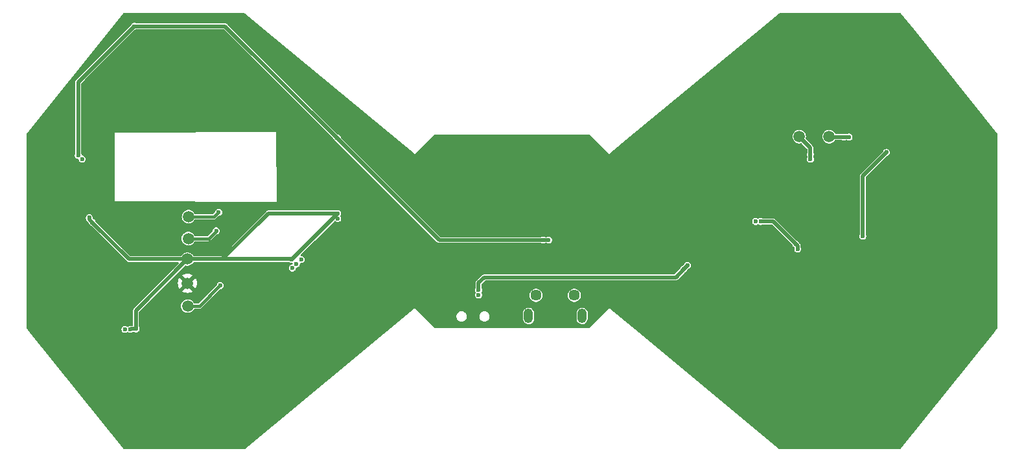
<source format=gbr>
%TF.GenerationSoftware,KiCad,Pcbnew,(7.0.0)*%
%TF.CreationDate,2023-08-19T05:22:45+05:30*%
%TF.ProjectId,glowtie,676c6f77-7469-4652-9e6b-696361645f70,rev?*%
%TF.SameCoordinates,Original*%
%TF.FileFunction,Copper,L2,Bot*%
%TF.FilePolarity,Positive*%
%FSLAX46Y46*%
G04 Gerber Fmt 4.6, Leading zero omitted, Abs format (unit mm)*
G04 Created by KiCad (PCBNEW (7.0.0)) date 2023-08-19 05:22:45*
%MOMM*%
%LPD*%
G01*
G04 APERTURE LIST*
%TA.AperFunction,ComponentPad*%
%ADD10O,1.200000X1.900000*%
%TD*%
%TA.AperFunction,ComponentPad*%
%ADD11C,1.450000*%
%TD*%
%TA.AperFunction,SMDPad,CuDef*%
%ADD12C,1.500000*%
%TD*%
%TA.AperFunction,ViaPad*%
%ADD13C,0.600000*%
%TD*%
%TA.AperFunction,Conductor*%
%ADD14C,0.500000*%
%TD*%
%TA.AperFunction,Conductor*%
%ADD15C,0.400000*%
%TD*%
G04 APERTURE END LIST*
D10*
X83574999Y-63812499D03*
D11*
X84575000Y-61112500D03*
X89575000Y-61112500D03*
D10*
X90574999Y-63812499D03*
D12*
X39020000Y-59520000D03*
X39160000Y-50810000D03*
X122850000Y-40350000D03*
X39060000Y-62510000D03*
X39010000Y-56370000D03*
X118950000Y-40350000D03*
X39140000Y-53680000D03*
D13*
X131825000Y-56725000D03*
X40825000Y-58725000D03*
X134275000Y-56750000D03*
X135325000Y-56725000D03*
X40150000Y-58700000D03*
X130850000Y-56725000D03*
X53875000Y-56425000D03*
X52625000Y-56400000D03*
X26575000Y-51550000D03*
X30850000Y-65550000D03*
X58650000Y-50400000D03*
X58650000Y-51050000D03*
X52725000Y-57550000D03*
X31550000Y-65550000D03*
X53250000Y-57025000D03*
X26200000Y-50950000D03*
X32325000Y-65500000D03*
X113900000Y-51450000D03*
X118750000Y-55050000D03*
X113250000Y-51450000D03*
X118500000Y-54375000D03*
X125450000Y-40400000D03*
X124800000Y-40400000D03*
X127250000Y-53350000D03*
X130350000Y-42400000D03*
X43100000Y-50250000D03*
X42775000Y-52675000D03*
X43300000Y-59825000D03*
X85475000Y-53875000D03*
X24750000Y-42800000D03*
X58600000Y-40500000D03*
X32100000Y-25900000D03*
X25275000Y-43275000D03*
X86200000Y-53875000D03*
X103850000Y-57700000D03*
X120400000Y-43300000D03*
X77050000Y-60400000D03*
X104350000Y-57200000D03*
X120400000Y-42650000D03*
X77050000Y-61050000D03*
D14*
X40150000Y-58700000D02*
X40800000Y-58700000D01*
X134275000Y-56750000D02*
X131850000Y-56750000D01*
X39840000Y-58700000D02*
X40150000Y-58700000D01*
X39020000Y-59520000D02*
X39840000Y-58700000D01*
X131850000Y-56750000D02*
X131825000Y-56725000D01*
X58650000Y-50400000D02*
X49575000Y-50400000D01*
X52655000Y-56370000D02*
X52625000Y-56400000D01*
X39010000Y-56370000D02*
X31395000Y-56370000D01*
X32300000Y-63080000D02*
X39010000Y-56370000D01*
X52595000Y-56370000D02*
X52545000Y-56370000D01*
X49575000Y-50400000D02*
X43605000Y-56370000D01*
X39010000Y-56370000D02*
X52545000Y-56370000D01*
X43605000Y-56370000D02*
X39010000Y-56370000D01*
X32300000Y-65500000D02*
X32300000Y-63080000D01*
X31395000Y-56370000D02*
X26575000Y-51550000D01*
X52680000Y-56370000D02*
X52655000Y-56370000D01*
X32300000Y-65500000D02*
X31600000Y-65500000D01*
X26200000Y-50950000D02*
X26200000Y-51175000D01*
X58650000Y-50400000D02*
X52680000Y-56370000D01*
X52625000Y-56400000D02*
X52595000Y-56370000D01*
X26200000Y-51175000D02*
X26575000Y-51550000D01*
X113900000Y-51450000D02*
X115550000Y-51450000D01*
X118750000Y-54625000D02*
X118500000Y-54375000D01*
X118750000Y-55050000D02*
X118750000Y-54625000D01*
X115550000Y-51450000D02*
X118500000Y-54400000D01*
X124800000Y-40400000D02*
X122900000Y-40400000D01*
X124800000Y-40400000D02*
X125450000Y-40400000D01*
X122900000Y-40400000D02*
X122850000Y-40350000D01*
X127250000Y-45500000D02*
X130350000Y-42400000D01*
X127250000Y-53350000D02*
X127250000Y-45500000D01*
D15*
X43075000Y-50225000D02*
X42490000Y-50810000D01*
X42490000Y-50810000D02*
X39160000Y-50810000D01*
X41770000Y-53680000D02*
X39140000Y-53680000D01*
X42775000Y-52675000D02*
X41770000Y-53680000D01*
X43275000Y-59825000D02*
X40590000Y-62510000D01*
X40590000Y-62510000D02*
X39060000Y-62510000D01*
D14*
X32050000Y-25900000D02*
X43950000Y-25900000D01*
X24750000Y-42800000D02*
X24750000Y-33200000D01*
X24750000Y-33200000D02*
X32050000Y-25900000D01*
X85475000Y-53875000D02*
X86200000Y-53875000D01*
X58550000Y-40525000D02*
X71900000Y-53875000D01*
X58550000Y-40500000D02*
X58550000Y-40525000D01*
X71900000Y-53875000D02*
X85475000Y-53875000D01*
X43950000Y-25900000D02*
X58550000Y-40500000D01*
X120400000Y-41800000D02*
X120400000Y-42650000D01*
X103850000Y-57700000D02*
X104350000Y-57200000D01*
X120400000Y-42650000D02*
X120400000Y-43300000D01*
X118950000Y-40350000D02*
X120400000Y-41800000D01*
X103850000Y-57700000D02*
X102800000Y-58750000D01*
X77050000Y-59500000D02*
X77050000Y-60400000D01*
X102800000Y-58750000D02*
X77800000Y-58750000D01*
X77800000Y-58750000D02*
X77050000Y-59500000D01*
%TA.AperFunction,Conductor*%
G36*
X46474106Y-24187965D02*
G01*
X46511769Y-24209477D01*
X49107632Y-26360335D01*
X68630497Y-42536423D01*
X68666089Y-42565913D01*
X68676605Y-42577570D01*
X68679681Y-42579625D01*
X68681349Y-42583651D01*
X68693640Y-42588741D01*
X68693641Y-42588742D01*
X68693572Y-42588906D01*
X68694949Y-42589826D01*
X68695515Y-42590295D01*
X68695767Y-42590372D01*
X68695769Y-42590374D01*
X68697196Y-42590814D01*
X68700105Y-42591862D01*
X68701815Y-42592238D01*
X68702855Y-42592559D01*
X68720000Y-42599661D01*
X68722508Y-42598621D01*
X68725102Y-42599422D01*
X68741506Y-42590752D01*
X68742528Y-42590328D01*
X68744189Y-42589796D01*
X68746986Y-42588482D01*
X68748606Y-42587812D01*
X68749138Y-42587279D01*
X68750408Y-42586247D01*
X68750326Y-42586091D01*
X68751115Y-42585674D01*
X68751114Y-42585674D01*
X68762090Y-42579875D01*
X68763375Y-42575708D01*
X68766249Y-42573372D01*
X68775627Y-42560789D01*
X71244012Y-40092404D01*
X71284889Y-40065091D01*
X71333107Y-40055500D01*
X91506892Y-40055500D01*
X91555110Y-40065091D01*
X91595987Y-40092405D01*
X94064370Y-42560787D01*
X94073753Y-42573376D01*
X94076625Y-42575710D01*
X94077910Y-42579875D01*
X94088881Y-42585672D01*
X94088882Y-42585673D01*
X94089675Y-42586092D01*
X94089591Y-42586249D01*
X94090876Y-42587293D01*
X94091394Y-42587811D01*
X94093007Y-42588479D01*
X94095788Y-42589785D01*
X94097436Y-42590313D01*
X94098484Y-42590747D01*
X94114898Y-42599422D01*
X94117492Y-42598621D01*
X94120000Y-42599660D01*
X94137139Y-42592560D01*
X94138171Y-42592241D01*
X94139895Y-42591862D01*
X94142825Y-42590806D01*
X94144485Y-42590295D01*
X94145058Y-42589819D01*
X94146426Y-42588906D01*
X94146358Y-42588742D01*
X94146358Y-42588741D01*
X94158651Y-42583651D01*
X94160319Y-42579622D01*
X94163398Y-42577566D01*
X94173905Y-42565917D01*
X96848288Y-40350000D01*
X118067666Y-40350000D01*
X118068356Y-40356565D01*
X118082653Y-40492598D01*
X118086947Y-40533448D01*
X118088984Y-40539720D01*
X118088986Y-40539725D01*
X118141905Y-40702593D01*
X118141908Y-40702600D01*
X118143948Y-40708878D01*
X118236177Y-40868623D01*
X118240595Y-40873530D01*
X118240596Y-40873531D01*
X118355181Y-41000791D01*
X118359603Y-41005702D01*
X118508833Y-41114124D01*
X118616386Y-41162009D01*
X118671317Y-41186467D01*
X118671320Y-41186468D01*
X118677344Y-41189150D01*
X118857771Y-41227500D01*
X119035626Y-41227500D01*
X119042229Y-41227500D01*
X119182650Y-41197653D01*
X119244630Y-41200089D01*
X119297939Y-41231805D01*
X119985595Y-41919461D01*
X120012909Y-41960338D01*
X120022500Y-42008556D01*
X120022500Y-42364743D01*
X120011113Y-42417086D01*
X119967046Y-42513576D01*
X119967044Y-42513581D01*
X119963303Y-42521774D01*
X119962021Y-42530684D01*
X119962020Y-42530691D01*
X119946612Y-42637861D01*
X119944867Y-42650000D01*
X119946149Y-42658917D01*
X119962020Y-42769308D01*
X119962021Y-42769313D01*
X119963303Y-42778226D01*
X119967045Y-42786419D01*
X119967046Y-42786423D01*
X120011113Y-42882914D01*
X120022500Y-42935257D01*
X120022500Y-43014743D01*
X120011113Y-43067086D01*
X119967046Y-43163576D01*
X119967044Y-43163581D01*
X119963303Y-43171774D01*
X119962021Y-43180684D01*
X119962020Y-43180691D01*
X119952349Y-43247961D01*
X119944867Y-43300000D01*
X119946149Y-43308917D01*
X119962020Y-43419308D01*
X119962021Y-43419313D01*
X119963303Y-43428226D01*
X119967045Y-43436419D01*
X119967046Y-43436423D01*
X120013372Y-43537861D01*
X120017118Y-43546063D01*
X120101951Y-43643967D01*
X120210931Y-43714004D01*
X120335228Y-43750500D01*
X120455763Y-43750500D01*
X120464772Y-43750500D01*
X120589069Y-43714004D01*
X120698049Y-43643967D01*
X120782882Y-43546063D01*
X120836697Y-43428226D01*
X120855133Y-43300000D01*
X120836697Y-43171774D01*
X120788886Y-43067085D01*
X120777500Y-43014743D01*
X120777500Y-42935257D01*
X120788887Y-42882914D01*
X120819199Y-42816541D01*
X120836697Y-42778226D01*
X120855133Y-42650000D01*
X120836697Y-42521774D01*
X120788886Y-42417085D01*
X120777500Y-42364743D01*
X120777500Y-41852218D01*
X120780182Y-41826361D01*
X120780186Y-41826341D01*
X120782393Y-41815816D01*
X120778467Y-41784326D01*
X120778143Y-41779109D01*
X120777931Y-41779127D01*
X120777500Y-41773928D01*
X120777500Y-41768719D01*
X120774069Y-41748159D01*
X120773317Y-41743003D01*
X120768101Y-41701158D01*
X120766810Y-41690797D01*
X120763298Y-41683613D01*
X120761983Y-41675731D01*
X120736948Y-41629471D01*
X120734582Y-41624874D01*
X120732562Y-41620743D01*
X120711477Y-41577611D01*
X120705823Y-41571957D01*
X120702020Y-41564929D01*
X120663320Y-41529303D01*
X120659563Y-41525697D01*
X119831910Y-40698044D01*
X119798486Y-40638362D01*
X119801171Y-40570013D01*
X119813053Y-40533448D01*
X119832334Y-40350000D01*
X121967666Y-40350000D01*
X121968356Y-40356565D01*
X121982653Y-40492598D01*
X121986947Y-40533448D01*
X121988984Y-40539720D01*
X121988986Y-40539725D01*
X122041905Y-40702593D01*
X122041908Y-40702600D01*
X122043948Y-40708878D01*
X122136177Y-40868623D01*
X122140595Y-40873530D01*
X122140596Y-40873531D01*
X122255181Y-41000791D01*
X122259603Y-41005702D01*
X122408833Y-41114124D01*
X122516386Y-41162009D01*
X122571317Y-41186467D01*
X122571320Y-41186468D01*
X122577344Y-41189150D01*
X122757771Y-41227500D01*
X122935626Y-41227500D01*
X122942229Y-41227500D01*
X123122656Y-41189150D01*
X123291167Y-41114124D01*
X123440397Y-41005702D01*
X123563823Y-40868623D01*
X123580061Y-40840497D01*
X123626179Y-40794381D01*
X123689179Y-40777500D01*
X124517133Y-40777500D01*
X124552632Y-40782604D01*
X124585255Y-40797503D01*
X124610931Y-40814004D01*
X124735228Y-40850500D01*
X124855763Y-40850500D01*
X124864772Y-40850500D01*
X124989069Y-40814004D01*
X125014744Y-40797503D01*
X125047368Y-40782604D01*
X125082867Y-40777500D01*
X125167133Y-40777500D01*
X125202632Y-40782604D01*
X125235255Y-40797503D01*
X125260931Y-40814004D01*
X125385228Y-40850500D01*
X125505763Y-40850500D01*
X125514772Y-40850500D01*
X125639069Y-40814004D01*
X125748049Y-40743967D01*
X125832882Y-40646063D01*
X125886697Y-40528226D01*
X125905133Y-40400000D01*
X125886697Y-40271774D01*
X125832882Y-40153937D01*
X125748049Y-40056033D01*
X125639069Y-39985996D01*
X125630425Y-39983458D01*
X125630423Y-39983457D01*
X125523416Y-39952038D01*
X125523415Y-39952037D01*
X125514772Y-39949500D01*
X125385228Y-39949500D01*
X125376585Y-39952037D01*
X125376583Y-39952038D01*
X125269576Y-39983457D01*
X125269571Y-39983458D01*
X125260931Y-39985996D01*
X125253355Y-39990864D01*
X125253350Y-39990867D01*
X125235255Y-40002497D01*
X125202632Y-40017396D01*
X125167133Y-40022500D01*
X125082867Y-40022500D01*
X125047368Y-40017396D01*
X125014745Y-40002497D01*
X124996649Y-39990867D01*
X124996646Y-39990866D01*
X124989069Y-39985996D01*
X124980425Y-39983458D01*
X124980423Y-39983457D01*
X124873416Y-39952038D01*
X124873415Y-39952037D01*
X124864772Y-39949500D01*
X124735228Y-39949500D01*
X124726585Y-39952037D01*
X124726583Y-39952038D01*
X124619576Y-39983457D01*
X124619571Y-39983458D01*
X124610931Y-39985996D01*
X124603355Y-39990864D01*
X124603350Y-39990867D01*
X124585255Y-40002497D01*
X124552632Y-40017396D01*
X124517133Y-40022500D01*
X123746914Y-40022500D01*
X123683914Y-40005619D01*
X123637795Y-39959500D01*
X123570928Y-39843683D01*
X123563823Y-39831377D01*
X123440397Y-39694298D01*
X123291167Y-39585876D01*
X123260614Y-39572273D01*
X123128682Y-39513532D01*
X123128674Y-39513529D01*
X123122656Y-39510850D01*
X123116206Y-39509479D01*
X123116203Y-39509478D01*
X122948686Y-39473872D01*
X122948681Y-39473871D01*
X122942229Y-39472500D01*
X122757771Y-39472500D01*
X122751319Y-39473871D01*
X122751313Y-39473872D01*
X122583796Y-39509478D01*
X122583790Y-39509479D01*
X122577344Y-39510850D01*
X122571328Y-39513528D01*
X122571317Y-39513532D01*
X122414863Y-39583191D01*
X122414860Y-39583192D01*
X122408833Y-39585876D01*
X122259603Y-39694298D01*
X122255186Y-39699203D01*
X122255181Y-39699208D01*
X122140596Y-39826468D01*
X122140591Y-39826474D01*
X122136177Y-39831377D01*
X122132878Y-39837090D01*
X122132875Y-39837095D01*
X122050918Y-39979049D01*
X122043948Y-39991122D01*
X122041909Y-39997396D01*
X122041905Y-39997406D01*
X121988986Y-40160274D01*
X121988984Y-40160281D01*
X121986947Y-40166552D01*
X121986257Y-40173113D01*
X121986257Y-40173115D01*
X121976749Y-40263576D01*
X121967666Y-40350000D01*
X119832334Y-40350000D01*
X119813053Y-40166552D01*
X119766317Y-40022715D01*
X119758094Y-39997406D01*
X119758093Y-39997404D01*
X119756052Y-39991122D01*
X119663823Y-39831377D01*
X119540397Y-39694298D01*
X119391167Y-39585876D01*
X119360614Y-39572273D01*
X119228682Y-39513532D01*
X119228674Y-39513529D01*
X119222656Y-39510850D01*
X119216206Y-39509479D01*
X119216203Y-39509478D01*
X119048686Y-39473872D01*
X119048681Y-39473871D01*
X119042229Y-39472500D01*
X118857771Y-39472500D01*
X118851319Y-39473871D01*
X118851313Y-39473872D01*
X118683796Y-39509478D01*
X118683790Y-39509479D01*
X118677344Y-39510850D01*
X118671328Y-39513528D01*
X118671317Y-39513532D01*
X118514863Y-39583191D01*
X118514860Y-39583192D01*
X118508833Y-39585876D01*
X118359603Y-39694298D01*
X118355186Y-39699203D01*
X118355181Y-39699208D01*
X118240596Y-39826468D01*
X118240591Y-39826474D01*
X118236177Y-39831377D01*
X118232878Y-39837090D01*
X118232875Y-39837095D01*
X118150918Y-39979049D01*
X118143948Y-39991122D01*
X118141909Y-39997396D01*
X118141905Y-39997406D01*
X118088986Y-40160274D01*
X118088984Y-40160281D01*
X118086947Y-40166552D01*
X118086257Y-40173113D01*
X118086257Y-40173115D01*
X118076749Y-40263576D01*
X118067666Y-40350000D01*
X96848288Y-40350000D01*
X113732368Y-26360335D01*
X116328231Y-24209477D01*
X116365894Y-24187965D01*
X116408621Y-24180500D01*
X132135170Y-24180500D01*
X132189752Y-24192936D01*
X132233559Y-24227788D01*
X133889331Y-26297503D01*
X144832442Y-39976393D01*
X144841889Y-39988201D01*
X144862397Y-40025206D01*
X144869500Y-40066913D01*
X144869500Y-65343087D01*
X144862397Y-65384794D01*
X144841889Y-65421798D01*
X144380959Y-65997961D01*
X132233559Y-81182212D01*
X132189752Y-81217064D01*
X132135170Y-81229500D01*
X116408621Y-81229500D01*
X116365894Y-81222035D01*
X116328231Y-81200523D01*
X97980312Y-65997961D01*
X94173909Y-62844084D01*
X94163399Y-62832434D01*
X94160319Y-62830375D01*
X94158651Y-62826349D01*
X94147187Y-62821600D01*
X94147185Y-62821599D01*
X94146358Y-62821257D01*
X94146426Y-62821092D01*
X94145047Y-62820171D01*
X94144485Y-62819705D01*
X94144233Y-62819627D01*
X94142764Y-62819174D01*
X94139908Y-62818144D01*
X94138221Y-62817773D01*
X94137139Y-62817439D01*
X94120000Y-62810340D01*
X94117492Y-62811378D01*
X94114898Y-62810578D01*
X94098484Y-62819252D01*
X94097436Y-62819686D01*
X94095806Y-62820208D01*
X94093087Y-62821487D01*
X94091633Y-62822089D01*
X94091630Y-62822091D01*
X94091394Y-62822189D01*
X94090888Y-62822694D01*
X94089591Y-62823749D01*
X94089675Y-62823907D01*
X94088882Y-62824325D01*
X94088878Y-62824328D01*
X94077910Y-62830125D01*
X94076625Y-62834287D01*
X94073750Y-62836625D01*
X94064369Y-62849212D01*
X91595987Y-65317595D01*
X91555110Y-65344909D01*
X91506892Y-65354500D01*
X81430045Y-65354500D01*
X71333107Y-65354500D01*
X71284889Y-65344909D01*
X71244012Y-65317595D01*
X69883439Y-63957021D01*
X74149500Y-63957021D01*
X74151321Y-63964412D01*
X74151322Y-63964414D01*
X74186933Y-64108893D01*
X74186934Y-64108897D01*
X74188758Y-64116295D01*
X74192301Y-64123046D01*
X74192302Y-64123048D01*
X74257637Y-64247533D01*
X74264992Y-64261546D01*
X74270049Y-64267254D01*
X74270051Y-64267257D01*
X74368714Y-64378624D01*
X74373771Y-64384332D01*
X74508774Y-64477518D01*
X74662155Y-64535688D01*
X74669722Y-64536606D01*
X74669723Y-64536607D01*
X74683995Y-64538339D01*
X74784143Y-64550500D01*
X74862048Y-64550500D01*
X74865857Y-64550500D01*
X74987845Y-64535688D01*
X75141226Y-64477518D01*
X75276229Y-64384332D01*
X75385008Y-64261546D01*
X75461242Y-64116295D01*
X75500500Y-63957021D01*
X77149500Y-63957021D01*
X77151321Y-63964412D01*
X77151322Y-63964414D01*
X77186933Y-64108893D01*
X77186934Y-64108897D01*
X77188758Y-64116295D01*
X77192301Y-64123046D01*
X77192302Y-64123048D01*
X77257637Y-64247533D01*
X77264992Y-64261546D01*
X77270049Y-64267254D01*
X77270051Y-64267257D01*
X77368714Y-64378624D01*
X77373771Y-64384332D01*
X77508774Y-64477518D01*
X77662155Y-64535688D01*
X77669722Y-64536606D01*
X77669723Y-64536607D01*
X77683995Y-64538339D01*
X77784143Y-64550500D01*
X77862048Y-64550500D01*
X77865857Y-64550500D01*
X77987845Y-64535688D01*
X78141226Y-64477518D01*
X78276229Y-64384332D01*
X78385008Y-64261546D01*
X78414751Y-64204876D01*
X82847500Y-64204876D01*
X82847925Y-64208519D01*
X82847926Y-64208522D01*
X82861437Y-64324122D01*
X82861438Y-64324126D01*
X82862290Y-64331415D01*
X82920456Y-64491224D01*
X83013908Y-64633312D01*
X83137609Y-64750018D01*
X83284890Y-64835050D01*
X83447811Y-64883825D01*
X83617588Y-64893714D01*
X83785070Y-64864182D01*
X83941226Y-64796823D01*
X84077640Y-64695267D01*
X84186956Y-64564989D01*
X84263281Y-64413014D01*
X84302500Y-64247533D01*
X84302500Y-64204876D01*
X89847500Y-64204876D01*
X89847925Y-64208519D01*
X89847926Y-64208522D01*
X89861437Y-64324122D01*
X89861438Y-64324126D01*
X89862290Y-64331415D01*
X89920456Y-64491224D01*
X90013908Y-64633312D01*
X90137609Y-64750018D01*
X90284890Y-64835050D01*
X90447811Y-64883825D01*
X90617588Y-64893714D01*
X90785070Y-64864182D01*
X90941226Y-64796823D01*
X91077640Y-64695267D01*
X91186956Y-64564989D01*
X91263281Y-64413014D01*
X91302500Y-64247533D01*
X91302500Y-63420124D01*
X91287710Y-63293585D01*
X91229544Y-63133776D01*
X91136092Y-62991688D01*
X91039438Y-62900500D01*
X91017731Y-62880020D01*
X91017730Y-62880019D01*
X91012391Y-62874982D01*
X90865110Y-62789950D01*
X90858077Y-62787844D01*
X90858076Y-62787844D01*
X90709219Y-62743279D01*
X90709213Y-62743278D01*
X90702189Y-62741175D01*
X90694863Y-62740748D01*
X90694862Y-62740748D01*
X90539738Y-62731712D01*
X90539731Y-62731712D01*
X90532412Y-62731286D01*
X90525187Y-62732559D01*
X90525185Y-62732560D01*
X90372154Y-62759544D01*
X90372152Y-62759544D01*
X90364930Y-62760818D01*
X90358197Y-62763721D01*
X90358191Y-62763724D01*
X90215517Y-62825268D01*
X90215514Y-62825269D01*
X90208774Y-62828177D01*
X90202892Y-62832555D01*
X90202885Y-62832560D01*
X90078241Y-62925354D01*
X90078237Y-62925357D01*
X90072360Y-62929733D01*
X90067649Y-62935346D01*
X90067646Y-62935350D01*
X89967760Y-63054390D01*
X89967757Y-63054393D01*
X89963044Y-63060011D01*
X89959752Y-63066564D01*
X89959751Y-63066567D01*
X89890013Y-63205426D01*
X89890011Y-63205430D01*
X89886719Y-63211986D01*
X89885026Y-63219128D01*
X89885026Y-63219129D01*
X89849191Y-63370328D01*
X89849190Y-63370335D01*
X89847500Y-63377467D01*
X89847500Y-64204876D01*
X84302500Y-64204876D01*
X84302500Y-63420124D01*
X84287710Y-63293585D01*
X84229544Y-63133776D01*
X84136092Y-62991688D01*
X84039438Y-62900500D01*
X84017731Y-62880020D01*
X84017730Y-62880019D01*
X84012391Y-62874982D01*
X83865110Y-62789950D01*
X83858077Y-62787844D01*
X83858076Y-62787844D01*
X83709219Y-62743279D01*
X83709213Y-62743278D01*
X83702189Y-62741175D01*
X83694863Y-62740748D01*
X83694862Y-62740748D01*
X83539738Y-62731712D01*
X83539731Y-62731712D01*
X83532412Y-62731286D01*
X83525187Y-62732559D01*
X83525185Y-62732560D01*
X83372154Y-62759544D01*
X83372152Y-62759544D01*
X83364930Y-62760818D01*
X83358197Y-62763721D01*
X83358191Y-62763724D01*
X83215517Y-62825268D01*
X83215514Y-62825269D01*
X83208774Y-62828177D01*
X83202892Y-62832555D01*
X83202885Y-62832560D01*
X83078241Y-62925354D01*
X83078237Y-62925357D01*
X83072360Y-62929733D01*
X83067649Y-62935346D01*
X83067646Y-62935350D01*
X82967760Y-63054390D01*
X82967757Y-63054393D01*
X82963044Y-63060011D01*
X82959752Y-63066564D01*
X82959751Y-63066567D01*
X82890013Y-63205426D01*
X82890011Y-63205430D01*
X82886719Y-63211986D01*
X82885026Y-63219128D01*
X82885026Y-63219129D01*
X82849191Y-63370328D01*
X82849190Y-63370335D01*
X82847500Y-63377467D01*
X82847500Y-64204876D01*
X78414751Y-64204876D01*
X78461242Y-64116295D01*
X78500500Y-63957021D01*
X78500500Y-63792979D01*
X78461242Y-63633705D01*
X78385008Y-63488454D01*
X78295570Y-63387500D01*
X78281285Y-63371375D01*
X78281284Y-63371374D01*
X78276229Y-63365668D01*
X78269956Y-63361338D01*
X78269955Y-63361337D01*
X78147501Y-63276813D01*
X78147499Y-63276811D01*
X78141226Y-63272482D01*
X78134098Y-63269779D01*
X78134095Y-63269777D01*
X77994973Y-63217015D01*
X77994970Y-63217014D01*
X77987845Y-63214312D01*
X77980283Y-63213393D01*
X77980276Y-63213392D01*
X77869640Y-63199959D01*
X77869634Y-63199958D01*
X77865857Y-63199500D01*
X77784143Y-63199500D01*
X77780366Y-63199958D01*
X77780359Y-63199959D01*
X77669723Y-63213392D01*
X77669714Y-63213394D01*
X77662155Y-63214312D01*
X77655031Y-63217013D01*
X77655026Y-63217015D01*
X77515904Y-63269777D01*
X77515897Y-63269780D01*
X77508774Y-63272482D01*
X77502504Y-63276809D01*
X77502498Y-63276813D01*
X77380044Y-63361337D01*
X77380038Y-63361341D01*
X77373771Y-63365668D01*
X77368718Y-63371370D01*
X77368714Y-63371375D01*
X77270051Y-63482742D01*
X77270046Y-63482749D01*
X77264992Y-63488454D01*
X77261448Y-63495204D01*
X77261446Y-63495209D01*
X77192302Y-63626951D01*
X77192299Y-63626956D01*
X77188758Y-63633705D01*
X77186935Y-63641100D01*
X77186933Y-63641106D01*
X77151322Y-63785585D01*
X77149500Y-63792979D01*
X77149500Y-63957021D01*
X75500500Y-63957021D01*
X75500500Y-63792979D01*
X75461242Y-63633705D01*
X75385008Y-63488454D01*
X75295570Y-63387500D01*
X75281285Y-63371375D01*
X75281284Y-63371374D01*
X75276229Y-63365668D01*
X75269956Y-63361338D01*
X75269955Y-63361337D01*
X75147501Y-63276813D01*
X75147499Y-63276811D01*
X75141226Y-63272482D01*
X75134098Y-63269779D01*
X75134095Y-63269777D01*
X74994973Y-63217015D01*
X74994970Y-63217014D01*
X74987845Y-63214312D01*
X74980283Y-63213393D01*
X74980276Y-63213392D01*
X74869640Y-63199959D01*
X74869634Y-63199958D01*
X74865857Y-63199500D01*
X74784143Y-63199500D01*
X74780366Y-63199958D01*
X74780359Y-63199959D01*
X74669723Y-63213392D01*
X74669714Y-63213394D01*
X74662155Y-63214312D01*
X74655031Y-63217013D01*
X74655026Y-63217015D01*
X74515904Y-63269777D01*
X74515897Y-63269780D01*
X74508774Y-63272482D01*
X74502504Y-63276809D01*
X74502498Y-63276813D01*
X74380044Y-63361337D01*
X74380038Y-63361341D01*
X74373771Y-63365668D01*
X74368718Y-63371370D01*
X74368714Y-63371375D01*
X74270051Y-63482742D01*
X74270046Y-63482749D01*
X74264992Y-63488454D01*
X74261448Y-63495204D01*
X74261446Y-63495209D01*
X74192302Y-63626951D01*
X74192299Y-63626956D01*
X74188758Y-63633705D01*
X74186935Y-63641100D01*
X74186933Y-63641106D01*
X74151322Y-63785585D01*
X74149500Y-63792979D01*
X74149500Y-63957021D01*
X69883439Y-63957021D01*
X68775630Y-62849212D01*
X68766251Y-62836628D01*
X68763374Y-62834289D01*
X68762090Y-62830125D01*
X68751115Y-62824325D01*
X68751114Y-62824324D01*
X68750326Y-62823908D01*
X68750408Y-62823751D01*
X68749131Y-62822713D01*
X68748606Y-62822188D01*
X68746945Y-62821500D01*
X68744184Y-62820202D01*
X68742536Y-62819673D01*
X68741506Y-62819247D01*
X68725102Y-62810578D01*
X68722508Y-62811378D01*
X68720000Y-62810339D01*
X68702855Y-62817440D01*
X68701782Y-62817771D01*
X68700109Y-62818139D01*
X68697276Y-62819161D01*
X68695763Y-62819628D01*
X68695761Y-62819628D01*
X68695515Y-62819705D01*
X68694960Y-62820164D01*
X68693572Y-62821092D01*
X68693641Y-62821257D01*
X68692812Y-62821600D01*
X68692810Y-62821601D01*
X68681349Y-62826349D01*
X68679681Y-62830372D01*
X68676603Y-62832430D01*
X68666089Y-62844085D01*
X46511769Y-81200523D01*
X46474106Y-81222035D01*
X46431379Y-81229500D01*
X30704831Y-81229500D01*
X30650249Y-81217064D01*
X30606442Y-81182212D01*
X18459041Y-65997961D01*
X17998110Y-65421798D01*
X17977603Y-65384794D01*
X17970500Y-65343087D01*
X17970500Y-50950000D01*
X25744867Y-50950000D01*
X25746149Y-50958917D01*
X25762020Y-51069308D01*
X25762021Y-51069313D01*
X25763303Y-51078226D01*
X25767045Y-51086419D01*
X25767046Y-51086423D01*
X25815986Y-51193584D01*
X25825663Y-51225237D01*
X25825942Y-51226913D01*
X25826684Y-51232015D01*
X25833190Y-51284203D01*
X25836701Y-51291385D01*
X25838017Y-51299269D01*
X25863060Y-51345545D01*
X25865429Y-51350149D01*
X25888524Y-51397389D01*
X25894175Y-51403040D01*
X25897980Y-51410071D01*
X25905660Y-51417141D01*
X25905661Y-51417142D01*
X25936663Y-51445681D01*
X25940422Y-51449287D01*
X26104545Y-51613411D01*
X26136344Y-51667004D01*
X26137020Y-51669308D01*
X26138303Y-51678226D01*
X26192118Y-51796063D01*
X26276951Y-51893967D01*
X26385931Y-51964004D01*
X26453051Y-51983711D01*
X26506646Y-52015511D01*
X31091141Y-56600007D01*
X31107527Y-56620184D01*
X31107713Y-56620470D01*
X31107717Y-56620474D01*
X31113424Y-56629209D01*
X31133305Y-56644683D01*
X31138470Y-56648703D01*
X31142390Y-56652165D01*
X31142529Y-56652002D01*
X31146496Y-56655362D01*
X31150186Y-56659052D01*
X31154429Y-56662081D01*
X31154432Y-56662084D01*
X31167170Y-56671179D01*
X31171342Y-56674289D01*
X31212845Y-56706592D01*
X31220406Y-56709187D01*
X31226911Y-56713832D01*
X31277335Y-56728843D01*
X31282248Y-56730418D01*
X31322127Y-56744109D01*
X31322129Y-56744109D01*
X31332006Y-56747500D01*
X31340002Y-56747500D01*
X31347660Y-56749780D01*
X31395939Y-56747783D01*
X31400180Y-56747608D01*
X31405386Y-56747500D01*
X37794445Y-56747500D01*
X37851648Y-56761233D01*
X37896381Y-56799439D01*
X37918894Y-56853789D01*
X37914278Y-56912436D01*
X37883540Y-56962595D01*
X32069990Y-62776142D01*
X32049821Y-62792523D01*
X32049529Y-62792713D01*
X32049522Y-62792718D01*
X32040791Y-62798424D01*
X32034384Y-62806654D01*
X32034382Y-62806657D01*
X32021292Y-62823475D01*
X32017883Y-62827441D01*
X32017993Y-62827534D01*
X32014634Y-62831498D01*
X32010948Y-62835186D01*
X32007924Y-62839420D01*
X32007918Y-62839428D01*
X31998810Y-62852184D01*
X31995704Y-62856349D01*
X31969819Y-62889607D01*
X31969817Y-62889609D01*
X31963408Y-62897845D01*
X31960812Y-62905406D01*
X31956168Y-62911911D01*
X31953190Y-62921911D01*
X31953189Y-62921915D01*
X31941159Y-62962320D01*
X31939572Y-62967273D01*
X31925889Y-63007131D01*
X31925888Y-63007136D01*
X31922500Y-63017006D01*
X31922500Y-63024998D01*
X31920219Y-63032660D01*
X31920650Y-63043091D01*
X31920650Y-63043095D01*
X31922392Y-63085193D01*
X31922500Y-63090400D01*
X31922500Y-64996500D01*
X31905619Y-65059500D01*
X31859500Y-65105619D01*
X31796500Y-65122500D01*
X31711219Y-65122500D01*
X31675722Y-65117396D01*
X31623418Y-65102038D01*
X31623413Y-65102037D01*
X31614772Y-65099500D01*
X31485228Y-65099500D01*
X31476585Y-65102037D01*
X31476583Y-65102038D01*
X31369576Y-65133457D01*
X31369571Y-65133458D01*
X31360931Y-65135996D01*
X31353357Y-65140863D01*
X31353347Y-65140868D01*
X31268120Y-65195641D01*
X31200000Y-65215643D01*
X31131880Y-65195641D01*
X31046652Y-65140868D01*
X31046645Y-65140864D01*
X31039069Y-65135996D01*
X31030425Y-65133458D01*
X31030423Y-65133457D01*
X30923416Y-65102038D01*
X30923415Y-65102037D01*
X30914772Y-65099500D01*
X30785228Y-65099500D01*
X30776585Y-65102037D01*
X30776583Y-65102038D01*
X30669576Y-65133457D01*
X30669571Y-65133458D01*
X30660931Y-65135996D01*
X30653352Y-65140866D01*
X30653351Y-65140867D01*
X30559531Y-65201161D01*
X30559528Y-65201163D01*
X30551951Y-65206033D01*
X30546050Y-65212842D01*
X30546050Y-65212843D01*
X30503341Y-65262133D01*
X30467118Y-65303937D01*
X30463374Y-65312134D01*
X30463372Y-65312138D01*
X30417046Y-65413576D01*
X30417044Y-65413581D01*
X30413303Y-65421774D01*
X30412021Y-65430684D01*
X30412020Y-65430691D01*
X30396149Y-65541083D01*
X30394867Y-65550000D01*
X30396149Y-65558917D01*
X30412020Y-65669308D01*
X30412021Y-65669313D01*
X30413303Y-65678226D01*
X30417045Y-65686419D01*
X30417046Y-65686423D01*
X30444283Y-65746063D01*
X30467118Y-65796063D01*
X30551951Y-65893967D01*
X30660931Y-65964004D01*
X30785228Y-66000500D01*
X30905763Y-66000500D01*
X30914772Y-66000500D01*
X31039069Y-65964004D01*
X31131882Y-65904356D01*
X31176154Y-65886633D01*
X31223846Y-65886633D01*
X31268117Y-65904356D01*
X31327049Y-65942229D01*
X31353351Y-65959133D01*
X31353352Y-65959133D01*
X31360931Y-65964004D01*
X31485228Y-66000500D01*
X31605763Y-66000500D01*
X31614772Y-66000500D01*
X31739069Y-65964004D01*
X31842549Y-65897501D01*
X31875171Y-65882604D01*
X31910669Y-65877500D01*
X32042133Y-65877500D01*
X32077632Y-65882604D01*
X32110255Y-65897503D01*
X32135931Y-65914004D01*
X32260228Y-65950500D01*
X32380763Y-65950500D01*
X32389772Y-65950500D01*
X32514069Y-65914004D01*
X32623049Y-65843967D01*
X32707882Y-65746063D01*
X32761697Y-65628226D01*
X32780133Y-65500000D01*
X32761697Y-65371774D01*
X32707882Y-65253937D01*
X32701981Y-65247127D01*
X32697502Y-65240157D01*
X32677500Y-65172037D01*
X32677500Y-63288555D01*
X32687091Y-63240337D01*
X32714405Y-63199460D01*
X33403865Y-62510000D01*
X38177666Y-62510000D01*
X38196947Y-62693448D01*
X38198984Y-62699720D01*
X38198986Y-62699725D01*
X38251905Y-62862593D01*
X38251908Y-62862600D01*
X38253948Y-62868878D01*
X38321942Y-62986647D01*
X38333768Y-63007131D01*
X38346177Y-63028623D01*
X38350595Y-63033530D01*
X38350596Y-63033531D01*
X38401801Y-63090400D01*
X38469603Y-63165702D01*
X38618833Y-63274124D01*
X38726386Y-63322009D01*
X38781317Y-63346467D01*
X38781320Y-63346468D01*
X38787344Y-63349150D01*
X38967771Y-63387500D01*
X39145626Y-63387500D01*
X39152229Y-63387500D01*
X39332656Y-63349150D01*
X39501167Y-63274124D01*
X39650397Y-63165702D01*
X39773823Y-63028623D01*
X39847794Y-62900500D01*
X39893914Y-62854381D01*
X39956914Y-62837500D01*
X40570206Y-62837500D01*
X40581188Y-62837979D01*
X40618984Y-62841287D01*
X40655646Y-62831462D01*
X40666373Y-62829085D01*
X40671523Y-62828177D01*
X40703739Y-62822497D01*
X40713289Y-62816982D01*
X40716637Y-62815764D01*
X40719886Y-62814249D01*
X40730543Y-62811394D01*
X40761627Y-62789627D01*
X40770887Y-62783727D01*
X40803760Y-62764750D01*
X40828176Y-62735649D01*
X40835561Y-62727591D01*
X42513153Y-61050000D01*
X76594867Y-61050000D01*
X76596149Y-61058917D01*
X76612020Y-61169308D01*
X76612021Y-61169313D01*
X76613303Y-61178226D01*
X76617045Y-61186419D01*
X76617046Y-61186423D01*
X76663372Y-61287861D01*
X76667118Y-61296063D01*
X76751951Y-61393967D01*
X76860931Y-61464004D01*
X76985228Y-61500500D01*
X77105763Y-61500500D01*
X77114772Y-61500500D01*
X77239069Y-61464004D01*
X77348049Y-61393967D01*
X77432882Y-61296063D01*
X77486697Y-61178226D01*
X77496147Y-61112500D01*
X83717804Y-61112500D01*
X83736536Y-61290721D01*
X83791912Y-61461153D01*
X83881514Y-61616347D01*
X84001424Y-61749521D01*
X84146402Y-61854854D01*
X84310112Y-61927742D01*
X84485399Y-61965000D01*
X84657998Y-61965000D01*
X84664601Y-61965000D01*
X84839888Y-61927742D01*
X85003598Y-61854854D01*
X85148576Y-61749521D01*
X85268486Y-61616347D01*
X85358088Y-61461153D01*
X85413464Y-61290721D01*
X85432196Y-61112500D01*
X88717804Y-61112500D01*
X88736536Y-61290721D01*
X88791912Y-61461153D01*
X88881514Y-61616347D01*
X89001424Y-61749521D01*
X89146402Y-61854854D01*
X89310112Y-61927742D01*
X89485399Y-61965000D01*
X89657998Y-61965000D01*
X89664601Y-61965000D01*
X89839888Y-61927742D01*
X90003598Y-61854854D01*
X90148576Y-61749521D01*
X90268486Y-61616347D01*
X90358088Y-61461153D01*
X90413464Y-61290721D01*
X90432196Y-61112500D01*
X90413464Y-60934279D01*
X90358088Y-60763847D01*
X90268486Y-60608653D01*
X90148576Y-60475479D01*
X90143234Y-60471598D01*
X90143231Y-60471595D01*
X90070574Y-60418807D01*
X90003598Y-60370146D01*
X89839888Y-60297258D01*
X89833435Y-60295886D01*
X89833431Y-60295885D01*
X89671058Y-60261372D01*
X89671053Y-60261371D01*
X89664601Y-60260000D01*
X89485399Y-60260000D01*
X89478947Y-60261371D01*
X89478941Y-60261372D01*
X89316568Y-60295885D01*
X89316561Y-60295887D01*
X89310112Y-60297258D01*
X89304082Y-60299942D01*
X89304081Y-60299943D01*
X89152432Y-60367461D01*
X89152429Y-60367462D01*
X89146402Y-60370146D01*
X89141061Y-60374026D01*
X89141060Y-60374027D01*
X89006768Y-60471595D01*
X89006760Y-60471601D01*
X89001424Y-60475479D01*
X88997007Y-60480384D01*
X88997002Y-60480389D01*
X88885933Y-60603745D01*
X88881514Y-60608653D01*
X88878215Y-60614366D01*
X88878212Y-60614371D01*
X88795216Y-60758124D01*
X88791912Y-60763847D01*
X88789870Y-60770129D01*
X88789870Y-60770131D01*
X88743263Y-60913576D01*
X88736536Y-60934279D01*
X88717804Y-61112500D01*
X85432196Y-61112500D01*
X85413464Y-60934279D01*
X85358088Y-60763847D01*
X85268486Y-60608653D01*
X85148576Y-60475479D01*
X85143234Y-60471598D01*
X85143231Y-60471595D01*
X85070574Y-60418807D01*
X85003598Y-60370146D01*
X84839888Y-60297258D01*
X84833435Y-60295886D01*
X84833431Y-60295885D01*
X84671058Y-60261372D01*
X84671053Y-60261371D01*
X84664601Y-60260000D01*
X84485399Y-60260000D01*
X84478947Y-60261371D01*
X84478941Y-60261372D01*
X84316568Y-60295885D01*
X84316561Y-60295887D01*
X84310112Y-60297258D01*
X84304082Y-60299942D01*
X84304081Y-60299943D01*
X84152432Y-60367461D01*
X84152429Y-60367462D01*
X84146402Y-60370146D01*
X84141061Y-60374026D01*
X84141060Y-60374027D01*
X84006768Y-60471595D01*
X84006760Y-60471601D01*
X84001424Y-60475479D01*
X83997007Y-60480384D01*
X83997002Y-60480389D01*
X83885933Y-60603745D01*
X83881514Y-60608653D01*
X83878215Y-60614366D01*
X83878212Y-60614371D01*
X83795216Y-60758124D01*
X83791912Y-60763847D01*
X83789870Y-60770129D01*
X83789870Y-60770131D01*
X83743263Y-60913576D01*
X83736536Y-60934279D01*
X83717804Y-61112500D01*
X77496147Y-61112500D01*
X77505133Y-61050000D01*
X77486697Y-60921774D01*
X77432882Y-60803937D01*
X77426981Y-60797127D01*
X77424405Y-60793118D01*
X77406681Y-60748843D01*
X77406681Y-60701151D01*
X77424407Y-60656876D01*
X77426974Y-60652880D01*
X77432882Y-60646063D01*
X77486697Y-60528226D01*
X77505133Y-60400000D01*
X77486697Y-60271774D01*
X77438886Y-60167085D01*
X77427500Y-60114743D01*
X77427500Y-59708556D01*
X77437091Y-59660338D01*
X77464405Y-59619460D01*
X77919462Y-59164404D01*
X77960339Y-59137091D01*
X78008557Y-59127500D01*
X102747782Y-59127500D01*
X102773639Y-59130182D01*
X102784184Y-59132393D01*
X102815673Y-59128467D01*
X102820891Y-59128143D01*
X102820874Y-59127931D01*
X102826072Y-59127500D01*
X102831281Y-59127500D01*
X102851896Y-59124059D01*
X102856986Y-59123318D01*
X102909203Y-59116810D01*
X102916385Y-59113298D01*
X102924269Y-59111983D01*
X102970515Y-59086954D01*
X102975147Y-59084571D01*
X102995218Y-59074758D01*
X103022389Y-59061476D01*
X103028040Y-59055824D01*
X103035071Y-59052020D01*
X103070707Y-59013307D01*
X103074266Y-59009597D01*
X103918356Y-58165508D01*
X103971948Y-58133711D01*
X104039069Y-58114004D01*
X104148049Y-58043967D01*
X104232882Y-57946063D01*
X104286697Y-57828226D01*
X104287979Y-57819303D01*
X104288655Y-57817004D01*
X104320454Y-57763410D01*
X104418355Y-57665509D01*
X104471946Y-57633712D01*
X104539069Y-57614004D01*
X104648049Y-57543967D01*
X104732882Y-57446063D01*
X104786697Y-57328226D01*
X104802595Y-57217653D01*
X104803851Y-57208917D01*
X104805133Y-57200000D01*
X104799586Y-57161423D01*
X104787979Y-57080691D01*
X104786697Y-57071774D01*
X104732882Y-56953937D01*
X104648049Y-56856033D01*
X104539069Y-56785996D01*
X104530425Y-56783458D01*
X104530423Y-56783457D01*
X104423416Y-56752038D01*
X104423415Y-56752037D01*
X104414772Y-56749500D01*
X104285228Y-56749500D01*
X104276585Y-56752037D01*
X104276583Y-56752038D01*
X104169576Y-56783457D01*
X104169571Y-56783458D01*
X104160931Y-56785996D01*
X104153352Y-56790866D01*
X104153351Y-56790867D01*
X104059531Y-56851161D01*
X104059528Y-56851163D01*
X104051951Y-56856033D01*
X104046050Y-56862842D01*
X104046050Y-56862843D01*
X104006594Y-56908379D01*
X103967118Y-56953937D01*
X103963374Y-56962134D01*
X103963372Y-56962138D01*
X103917047Y-57063575D01*
X103913303Y-57071774D01*
X103912021Y-57080691D01*
X103911344Y-57082996D01*
X103879544Y-57136588D01*
X103781646Y-57234486D01*
X103728051Y-57266287D01*
X103669576Y-57283457D01*
X103669572Y-57283458D01*
X103660931Y-57285996D01*
X103653352Y-57290866D01*
X103653349Y-57290868D01*
X103559531Y-57351161D01*
X103559528Y-57351163D01*
X103551951Y-57356033D01*
X103546050Y-57362842D01*
X103546050Y-57362843D01*
X103473941Y-57446063D01*
X103467118Y-57453937D01*
X103463374Y-57462134D01*
X103463372Y-57462138D01*
X103417046Y-57563576D01*
X103417044Y-57563581D01*
X103413303Y-57571774D01*
X103412020Y-57580691D01*
X103411344Y-57582996D01*
X103379545Y-57636588D01*
X102680536Y-58335597D01*
X102639662Y-58362909D01*
X102591444Y-58372500D01*
X77852218Y-58372500D01*
X77826361Y-58369818D01*
X77826034Y-58369749D01*
X77826031Y-58369748D01*
X77815816Y-58367607D01*
X77805458Y-58368898D01*
X77805455Y-58368898D01*
X77784329Y-58371532D01*
X77779105Y-58371856D01*
X77779123Y-58372070D01*
X77773930Y-58372500D01*
X77768719Y-58372500D01*
X77763585Y-58373356D01*
X77763580Y-58373357D01*
X77748119Y-58375937D01*
X77742974Y-58376686D01*
X77701149Y-58381900D01*
X77701146Y-58381900D01*
X77690796Y-58383191D01*
X77683615Y-58386701D01*
X77675731Y-58388017D01*
X77629459Y-58413057D01*
X77624864Y-58415422D01*
X77586988Y-58433938D01*
X77586980Y-58433943D01*
X77577611Y-58438524D01*
X77571959Y-58444175D01*
X77564929Y-58447980D01*
X77557865Y-58455652D01*
X77557861Y-58455656D01*
X77529293Y-58486688D01*
X77525690Y-58490442D01*
X76819990Y-59196142D01*
X76799821Y-59212523D01*
X76799529Y-59212713D01*
X76799522Y-59212718D01*
X76790791Y-59218424D01*
X76784383Y-59226655D01*
X76784378Y-59226661D01*
X76771290Y-59243476D01*
X76767886Y-59247443D01*
X76767993Y-59247534D01*
X76764634Y-59251498D01*
X76760948Y-59255186D01*
X76757924Y-59259420D01*
X76757918Y-59259428D01*
X76748810Y-59272184D01*
X76745704Y-59276349D01*
X76719819Y-59309607D01*
X76719817Y-59309609D01*
X76713408Y-59317845D01*
X76710812Y-59325406D01*
X76706168Y-59331911D01*
X76703190Y-59341911D01*
X76703189Y-59341915D01*
X76691159Y-59382320D01*
X76689572Y-59387273D01*
X76675889Y-59427131D01*
X76675888Y-59427136D01*
X76672500Y-59437006D01*
X76672500Y-59444998D01*
X76670219Y-59452660D01*
X76670650Y-59463091D01*
X76670650Y-59463095D01*
X76672392Y-59505193D01*
X76672500Y-59510400D01*
X76672500Y-60114743D01*
X76661113Y-60167086D01*
X76617046Y-60263576D01*
X76617044Y-60263581D01*
X76613303Y-60271774D01*
X76612021Y-60280684D01*
X76612020Y-60280691D01*
X76607461Y-60312404D01*
X76594867Y-60400000D01*
X76596149Y-60408917D01*
X76612020Y-60519308D01*
X76612021Y-60519313D01*
X76613303Y-60528226D01*
X76617045Y-60536419D01*
X76617046Y-60536423D01*
X76653364Y-60615947D01*
X76667118Y-60646063D01*
X76673017Y-60652871D01*
X76675593Y-60656879D01*
X76695595Y-60724997D01*
X76675596Y-60793115D01*
X76673014Y-60797131D01*
X76667118Y-60803937D01*
X76663377Y-60812127D01*
X76663374Y-60812133D01*
X76617046Y-60913576D01*
X76617044Y-60913581D01*
X76613303Y-60921774D01*
X76612021Y-60930684D01*
X76612020Y-60930691D01*
X76610561Y-60940842D01*
X76594867Y-61050000D01*
X42513153Y-61050000D01*
X43250752Y-60312402D01*
X43291627Y-60285091D01*
X43339845Y-60275500D01*
X43355763Y-60275500D01*
X43364772Y-60275500D01*
X43489069Y-60239004D01*
X43598049Y-60168967D01*
X43682882Y-60071063D01*
X43736697Y-59953226D01*
X43755133Y-59825000D01*
X43736697Y-59696774D01*
X43682882Y-59578937D01*
X43598049Y-59481033D01*
X43489069Y-59410996D01*
X43480425Y-59408458D01*
X43480423Y-59408457D01*
X43373416Y-59377038D01*
X43373415Y-59377037D01*
X43364772Y-59374500D01*
X43235228Y-59374500D01*
X43226585Y-59377037D01*
X43226583Y-59377038D01*
X43119576Y-59408457D01*
X43119571Y-59408458D01*
X43110931Y-59410996D01*
X43103352Y-59415866D01*
X43103351Y-59415867D01*
X43009531Y-59476161D01*
X43009528Y-59476163D01*
X43001951Y-59481033D01*
X42996050Y-59487842D01*
X42996050Y-59487843D01*
X42976505Y-59510400D01*
X42917118Y-59578937D01*
X42913374Y-59587134D01*
X42913372Y-59587138D01*
X42867046Y-59688576D01*
X42867044Y-59688581D01*
X42863303Y-59696774D01*
X42862021Y-59705689D01*
X42862019Y-59705697D01*
X42856378Y-59744927D01*
X42844333Y-59783394D01*
X42820756Y-59816088D01*
X40491251Y-62145595D01*
X40450374Y-62172909D01*
X40402156Y-62182500D01*
X39956914Y-62182500D01*
X39893914Y-62165619D01*
X39847795Y-62119500D01*
X39777124Y-61997095D01*
X39773823Y-61991377D01*
X39650397Y-61854298D01*
X39501167Y-61745876D01*
X39470614Y-61732273D01*
X39338682Y-61673532D01*
X39338674Y-61673529D01*
X39332656Y-61670850D01*
X39326206Y-61669479D01*
X39326203Y-61669478D01*
X39158686Y-61633872D01*
X39158681Y-61633871D01*
X39152229Y-61632500D01*
X38967771Y-61632500D01*
X38961319Y-61633871D01*
X38961313Y-61633872D01*
X38793796Y-61669478D01*
X38793790Y-61669479D01*
X38787344Y-61670850D01*
X38781328Y-61673528D01*
X38781317Y-61673532D01*
X38624863Y-61743191D01*
X38624860Y-61743192D01*
X38618833Y-61745876D01*
X38613492Y-61749756D01*
X38613491Y-61749757D01*
X38608472Y-61753404D01*
X38469603Y-61854298D01*
X38465186Y-61859203D01*
X38465181Y-61859208D01*
X38350596Y-61986468D01*
X38350591Y-61986474D01*
X38346177Y-61991377D01*
X38342878Y-61997090D01*
X38342875Y-61997095D01*
X38272205Y-62119500D01*
X38253948Y-62151122D01*
X38251909Y-62157396D01*
X38251905Y-62157406D01*
X38198986Y-62320274D01*
X38198984Y-62320281D01*
X38196947Y-62326552D01*
X38177666Y-62510000D01*
X33403865Y-62510000D01*
X35342995Y-60570870D01*
X38331762Y-60570870D01*
X38339314Y-60579112D01*
X38384085Y-60610461D01*
X38393586Y-60615947D01*
X38583112Y-60704325D01*
X38593404Y-60708071D01*
X38795401Y-60762195D01*
X38806196Y-60764099D01*
X39014525Y-60782326D01*
X39025475Y-60782326D01*
X39233803Y-60764099D01*
X39244598Y-60762195D01*
X39446595Y-60708071D01*
X39456887Y-60704325D01*
X39646413Y-60615947D01*
X39655914Y-60610461D01*
X39700683Y-60579112D01*
X39708236Y-60570870D01*
X39702229Y-60561440D01*
X39031730Y-59890940D01*
X39019999Y-59884167D01*
X39008270Y-59890939D01*
X38337772Y-60561437D01*
X38331762Y-60570870D01*
X35342995Y-60570870D01*
X35679733Y-60234132D01*
X36388390Y-59525475D01*
X37757674Y-59525475D01*
X37775900Y-59733803D01*
X37777804Y-59744598D01*
X37831928Y-59946595D01*
X37835674Y-59956887D01*
X37924053Y-60146415D01*
X37929535Y-60155911D01*
X37960886Y-60200684D01*
X37969128Y-60208236D01*
X37978558Y-60202229D01*
X38649058Y-59531730D01*
X38655831Y-59519999D01*
X39384167Y-59519999D01*
X39390940Y-59531730D01*
X40061440Y-60202229D01*
X40070870Y-60208236D01*
X40079112Y-60200683D01*
X40110461Y-60155914D01*
X40115947Y-60146413D01*
X40204325Y-59956887D01*
X40208071Y-59946595D01*
X40262195Y-59744598D01*
X40264099Y-59733803D01*
X40282326Y-59525475D01*
X40282326Y-59514525D01*
X40264099Y-59306196D01*
X40262195Y-59295401D01*
X40208071Y-59093404D01*
X40204325Y-59083112D01*
X40115946Y-58893585D01*
X40110464Y-58884089D01*
X40079112Y-58839314D01*
X40070870Y-58831762D01*
X40061437Y-58837772D01*
X39390939Y-59508270D01*
X39384167Y-59519999D01*
X38655831Y-59519999D01*
X38649059Y-59508270D01*
X37978560Y-58837771D01*
X37969128Y-58831762D01*
X37960887Y-58839313D01*
X37929533Y-58884092D01*
X37924054Y-58893583D01*
X37835674Y-59083112D01*
X37831928Y-59093404D01*
X37777804Y-59295401D01*
X37775900Y-59306196D01*
X37757674Y-59514525D01*
X37757674Y-59525475D01*
X36388390Y-59525475D01*
X37444737Y-58469128D01*
X38331761Y-58469128D01*
X38337768Y-58478557D01*
X39008268Y-59149058D01*
X39019999Y-59155831D01*
X39031728Y-59149059D01*
X39702226Y-58478561D01*
X39708236Y-58469128D01*
X39700684Y-58460886D01*
X39655911Y-58429535D01*
X39646415Y-58424053D01*
X39456887Y-58335674D01*
X39446595Y-58331928D01*
X39244598Y-58277804D01*
X39233803Y-58275900D01*
X39025475Y-58257674D01*
X39014525Y-58257674D01*
X38806196Y-58275900D01*
X38795401Y-58277804D01*
X38593404Y-58331928D01*
X38583112Y-58335674D01*
X38393583Y-58424054D01*
X38384092Y-58429533D01*
X38339313Y-58460887D01*
X38331761Y-58469128D01*
X37444737Y-58469128D01*
X38662061Y-57251803D01*
X38715368Y-57220089D01*
X38777348Y-57217653D01*
X38917771Y-57247500D01*
X39095626Y-57247500D01*
X39102229Y-57247500D01*
X39282656Y-57209150D01*
X39451167Y-57134124D01*
X39600397Y-57025702D01*
X39723823Y-56888623D01*
X39768928Y-56810498D01*
X39815047Y-56764381D01*
X39878047Y-56747500D01*
X43552782Y-56747500D01*
X43578639Y-56750182D01*
X43589184Y-56752393D01*
X43620673Y-56748467D01*
X43636258Y-56747500D01*
X43636281Y-56747500D01*
X52295452Y-56747500D01*
X52363572Y-56767502D01*
X52428346Y-56809130D01*
X52428348Y-56809131D01*
X52435931Y-56814004D01*
X52560228Y-56850500D01*
X52569237Y-56850500D01*
X52639363Y-56850500D01*
X52699748Y-56865912D01*
X52745361Y-56908379D01*
X52765042Y-56967511D01*
X52753977Y-57028842D01*
X52714873Y-57077368D01*
X52661440Y-57099500D01*
X52660228Y-57099500D01*
X52651585Y-57102037D01*
X52651583Y-57102038D01*
X52544576Y-57133457D01*
X52544571Y-57133458D01*
X52535931Y-57135996D01*
X52528352Y-57140866D01*
X52528351Y-57140867D01*
X52434531Y-57201161D01*
X52434528Y-57201163D01*
X52426951Y-57206033D01*
X52421050Y-57212842D01*
X52421050Y-57212843D01*
X52357664Y-57285996D01*
X52342118Y-57303937D01*
X52338374Y-57312134D01*
X52338372Y-57312138D01*
X52292046Y-57413576D01*
X52292044Y-57413581D01*
X52288303Y-57421774D01*
X52287021Y-57430684D01*
X52287020Y-57430691D01*
X52272971Y-57528413D01*
X52269867Y-57550000D01*
X52271149Y-57558917D01*
X52287020Y-57669308D01*
X52287021Y-57669313D01*
X52288303Y-57678226D01*
X52292045Y-57686419D01*
X52292046Y-57686423D01*
X52338372Y-57787861D01*
X52342118Y-57796063D01*
X52426951Y-57893967D01*
X52535931Y-57964004D01*
X52660228Y-58000500D01*
X52780763Y-58000500D01*
X52789772Y-58000500D01*
X52914069Y-57964004D01*
X53023049Y-57893967D01*
X53107882Y-57796063D01*
X53161697Y-57678226D01*
X53162979Y-57669306D01*
X53162981Y-57669301D01*
X53175308Y-57583568D01*
X53197389Y-57528413D01*
X53242289Y-57489507D01*
X53300025Y-57475500D01*
X53305763Y-57475500D01*
X53314772Y-57475500D01*
X53439069Y-57439004D01*
X53548049Y-57368967D01*
X53632882Y-57271063D01*
X53686697Y-57153226D01*
X53705133Y-57025000D01*
X53703851Y-57016083D01*
X53703851Y-57007068D01*
X53705218Y-57007068D01*
X53708152Y-56966009D01*
X53733822Y-56918991D01*
X53776705Y-56886887D01*
X53829050Y-56875500D01*
X53930763Y-56875500D01*
X53939772Y-56875500D01*
X54064069Y-56839004D01*
X54173049Y-56768967D01*
X54257882Y-56671063D01*
X54311697Y-56553226D01*
X54330133Y-56425000D01*
X54311697Y-56296774D01*
X54257882Y-56178937D01*
X54173049Y-56081033D01*
X54064069Y-56010996D01*
X54055425Y-56008458D01*
X54055423Y-56008457D01*
X53948416Y-55977038D01*
X53948415Y-55977037D01*
X53939772Y-55974500D01*
X53913554Y-55974500D01*
X53856351Y-55960767D01*
X53811618Y-55922561D01*
X53789105Y-55868211D01*
X53793721Y-55809564D01*
X53824459Y-55759405D01*
X55659364Y-53924500D01*
X58183089Y-51400775D01*
X58236684Y-51368976D01*
X58298965Y-51366751D01*
X58350890Y-51392743D01*
X58351951Y-51393967D01*
X58460931Y-51464004D01*
X58585228Y-51500500D01*
X58705763Y-51500500D01*
X58714772Y-51500500D01*
X58839069Y-51464004D01*
X58948049Y-51393967D01*
X59032882Y-51296063D01*
X59086697Y-51178226D01*
X59105133Y-51050000D01*
X59102754Y-51033457D01*
X59087979Y-50930691D01*
X59086697Y-50921774D01*
X59032882Y-50803937D01*
X59026981Y-50797127D01*
X59024405Y-50793118D01*
X59006681Y-50748843D01*
X59006681Y-50701151D01*
X59024407Y-50656876D01*
X59026974Y-50652880D01*
X59032882Y-50646063D01*
X59086697Y-50528226D01*
X59105133Y-50400000D01*
X59086697Y-50271774D01*
X59032882Y-50153937D01*
X58948049Y-50056033D01*
X58839069Y-49985996D01*
X58830425Y-49983458D01*
X58830423Y-49983457D01*
X58723416Y-49952038D01*
X58723415Y-49952037D01*
X58714772Y-49949500D01*
X58585228Y-49949500D01*
X58576585Y-49952037D01*
X58576583Y-49952038D01*
X58469576Y-49983457D01*
X58469571Y-49983458D01*
X58460931Y-49985996D01*
X58453355Y-49990864D01*
X58453350Y-49990867D01*
X58435255Y-50002497D01*
X58402632Y-50017396D01*
X58367133Y-50022500D01*
X49627218Y-50022500D01*
X49601361Y-50019818D01*
X49601034Y-50019749D01*
X49601031Y-50019748D01*
X49590816Y-50017607D01*
X49580457Y-50018898D01*
X49580455Y-50018898D01*
X49559327Y-50021532D01*
X49554105Y-50021856D01*
X49554123Y-50022070D01*
X49548930Y-50022500D01*
X49543719Y-50022500D01*
X49538583Y-50023356D01*
X49538581Y-50023357D01*
X49531706Y-50024504D01*
X49523119Y-50025936D01*
X49517986Y-50026684D01*
X49476152Y-50031899D01*
X49476151Y-50031899D01*
X49465797Y-50033190D01*
X49458614Y-50036701D01*
X49450731Y-50038017D01*
X49441552Y-50042984D01*
X49441550Y-50042985D01*
X49404493Y-50063039D01*
X49399868Y-50065420D01*
X49361986Y-50083940D01*
X49361982Y-50083942D01*
X49352611Y-50088524D01*
X49346959Y-50094175D01*
X49339929Y-50097980D01*
X49332863Y-50105654D01*
X49332857Y-50105660D01*
X49304292Y-50136690D01*
X49300688Y-50140445D01*
X43485539Y-55955595D01*
X43444662Y-55982909D01*
X43396444Y-55992500D01*
X39878047Y-55992500D01*
X39815047Y-55975619D01*
X39768928Y-55929501D01*
X39723823Y-55851377D01*
X39600397Y-55714298D01*
X39451167Y-55605876D01*
X39420614Y-55592273D01*
X39288682Y-55533532D01*
X39288674Y-55533529D01*
X39282656Y-55530850D01*
X39276206Y-55529479D01*
X39276203Y-55529478D01*
X39108686Y-55493872D01*
X39108681Y-55493871D01*
X39102229Y-55492500D01*
X38917771Y-55492500D01*
X38911319Y-55493871D01*
X38911313Y-55493872D01*
X38743796Y-55529478D01*
X38743790Y-55529479D01*
X38737344Y-55530850D01*
X38731328Y-55533528D01*
X38731317Y-55533532D01*
X38574863Y-55603191D01*
X38574860Y-55603192D01*
X38568833Y-55605876D01*
X38419603Y-55714298D01*
X38415186Y-55719203D01*
X38415181Y-55719208D01*
X38300596Y-55846468D01*
X38300591Y-55846474D01*
X38296177Y-55851377D01*
X38254193Y-55924096D01*
X38251072Y-55929501D01*
X38204953Y-55975619D01*
X38141953Y-55992500D01*
X31603556Y-55992500D01*
X31555338Y-55982909D01*
X31514461Y-55955595D01*
X29238866Y-53680000D01*
X38257666Y-53680000D01*
X38276947Y-53863448D01*
X38278984Y-53869720D01*
X38278986Y-53869725D01*
X38331905Y-54032593D01*
X38331908Y-54032600D01*
X38333948Y-54038878D01*
X38426177Y-54198623D01*
X38430595Y-54203530D01*
X38430596Y-54203531D01*
X38503169Y-54284132D01*
X38549603Y-54335702D01*
X38698833Y-54444124D01*
X38805349Y-54491548D01*
X38861317Y-54516467D01*
X38861320Y-54516468D01*
X38867344Y-54519150D01*
X39047771Y-54557500D01*
X39225626Y-54557500D01*
X39232229Y-54557500D01*
X39412656Y-54519150D01*
X39581167Y-54444124D01*
X39730397Y-54335702D01*
X39853823Y-54198623D01*
X39927794Y-54070500D01*
X39973914Y-54024381D01*
X40036914Y-54007500D01*
X41750206Y-54007500D01*
X41761188Y-54007979D01*
X41798984Y-54011287D01*
X41835646Y-54001462D01*
X41846373Y-53999085D01*
X41883739Y-53992497D01*
X41893289Y-53986982D01*
X41896637Y-53985764D01*
X41899886Y-53984249D01*
X41910543Y-53981394D01*
X41941627Y-53959627D01*
X41950887Y-53953727D01*
X41983760Y-53934750D01*
X42008162Y-53905667D01*
X42015565Y-53897587D01*
X42750766Y-53162388D01*
X42783459Y-53138814D01*
X42821928Y-53126769D01*
X42830755Y-53125500D01*
X42839772Y-53125500D01*
X42964069Y-53089004D01*
X43073049Y-53018967D01*
X43157882Y-52921063D01*
X43211697Y-52803226D01*
X43230133Y-52675000D01*
X43211697Y-52546774D01*
X43157882Y-52428937D01*
X43073049Y-52331033D01*
X42964069Y-52260996D01*
X42955425Y-52258458D01*
X42955423Y-52258457D01*
X42848416Y-52227038D01*
X42848415Y-52227037D01*
X42839772Y-52224500D01*
X42710228Y-52224500D01*
X42701585Y-52227037D01*
X42701583Y-52227038D01*
X42594576Y-52258457D01*
X42594571Y-52258458D01*
X42585931Y-52260996D01*
X42578352Y-52265866D01*
X42578351Y-52265867D01*
X42484531Y-52326161D01*
X42484528Y-52326163D01*
X42476951Y-52331033D01*
X42392118Y-52428937D01*
X42388374Y-52437134D01*
X42388372Y-52437138D01*
X42342046Y-52538576D01*
X42342044Y-52538581D01*
X42338303Y-52546774D01*
X42337021Y-52555685D01*
X42337018Y-52555698D01*
X42327181Y-52624121D01*
X42315136Y-52662589D01*
X42291560Y-52695284D01*
X41671251Y-53315595D01*
X41630373Y-53342909D01*
X41582155Y-53352500D01*
X40036914Y-53352500D01*
X39973914Y-53335619D01*
X39927795Y-53289500D01*
X39926366Y-53287026D01*
X39853823Y-53161377D01*
X39730397Y-53024298D01*
X39581167Y-52915876D01*
X39550614Y-52902273D01*
X39418682Y-52843532D01*
X39418674Y-52843529D01*
X39412656Y-52840850D01*
X39406206Y-52839479D01*
X39406203Y-52839478D01*
X39238686Y-52803872D01*
X39238681Y-52803871D01*
X39232229Y-52802500D01*
X39047771Y-52802500D01*
X39041319Y-52803871D01*
X39041313Y-52803872D01*
X38873796Y-52839478D01*
X38873790Y-52839479D01*
X38867344Y-52840850D01*
X38861328Y-52843528D01*
X38861317Y-52843532D01*
X38704863Y-52913191D01*
X38704860Y-52913192D01*
X38698833Y-52915876D01*
X38693492Y-52919756D01*
X38693491Y-52919757D01*
X38691694Y-52921063D01*
X38549603Y-53024298D01*
X38545186Y-53029203D01*
X38545181Y-53029208D01*
X38430596Y-53156468D01*
X38430591Y-53156474D01*
X38426177Y-53161377D01*
X38422878Y-53167090D01*
X38422875Y-53167095D01*
X38386158Y-53230691D01*
X38333948Y-53321122D01*
X38331909Y-53327396D01*
X38331905Y-53327406D01*
X38278986Y-53490274D01*
X38278984Y-53490281D01*
X38276947Y-53496552D01*
X38257666Y-53680000D01*
X29238866Y-53680000D01*
X27045455Y-51486589D01*
X27013654Y-51432992D01*
X27012979Y-51430696D01*
X27011697Y-51421774D01*
X26957882Y-51303937D01*
X26873049Y-51206033D01*
X26764069Y-51135996D01*
X26755427Y-51133458D01*
X26755424Y-51133457D01*
X26738642Y-51128530D01*
X26687190Y-51098823D01*
X26655070Y-51048843D01*
X26649424Y-50989703D01*
X26655133Y-50950000D01*
X26636697Y-50821774D01*
X26631320Y-50810000D01*
X38277666Y-50810000D01*
X38296947Y-50993448D01*
X38298984Y-50999720D01*
X38298986Y-50999725D01*
X38351905Y-51162593D01*
X38351908Y-51162600D01*
X38353948Y-51168878D01*
X38386487Y-51225237D01*
X38437489Y-51313576D01*
X38446177Y-51328623D01*
X38450595Y-51333530D01*
X38450596Y-51333531D01*
X38563494Y-51458917D01*
X38569603Y-51465702D01*
X38718833Y-51574124D01*
X38807073Y-51613411D01*
X38881317Y-51646467D01*
X38881320Y-51646468D01*
X38887344Y-51649150D01*
X39067771Y-51687500D01*
X39245626Y-51687500D01*
X39252229Y-51687500D01*
X39432656Y-51649150D01*
X39601167Y-51574124D01*
X39750397Y-51465702D01*
X39873823Y-51328623D01*
X39947794Y-51200500D01*
X39993914Y-51154381D01*
X40056914Y-51137500D01*
X42470206Y-51137500D01*
X42481188Y-51137979D01*
X42518984Y-51141287D01*
X42555646Y-51131462D01*
X42566373Y-51129085D01*
X42569521Y-51128530D01*
X42603739Y-51122497D01*
X42613289Y-51116982D01*
X42616637Y-51115764D01*
X42619886Y-51114249D01*
X42630543Y-51111394D01*
X42661627Y-51089627D01*
X42670887Y-51083727D01*
X42703760Y-51064750D01*
X42728162Y-51035667D01*
X42735565Y-51027587D01*
X43025750Y-50737404D01*
X43066628Y-50710091D01*
X43114846Y-50700500D01*
X43155763Y-50700500D01*
X43164772Y-50700500D01*
X43289069Y-50664004D01*
X43398049Y-50593967D01*
X43482882Y-50496063D01*
X43536697Y-50378226D01*
X43555133Y-50250000D01*
X43536697Y-50121774D01*
X43482882Y-50003937D01*
X43398049Y-49906033D01*
X43289069Y-49835996D01*
X43280425Y-49833458D01*
X43280423Y-49833457D01*
X43173416Y-49802038D01*
X43173415Y-49802037D01*
X43164772Y-49799500D01*
X43035228Y-49799500D01*
X43026585Y-49802037D01*
X43026583Y-49802038D01*
X42919576Y-49833457D01*
X42919571Y-49833458D01*
X42910931Y-49835996D01*
X42903352Y-49840866D01*
X42903351Y-49840867D01*
X42809531Y-49901161D01*
X42809528Y-49901163D01*
X42801951Y-49906033D01*
X42796050Y-49912842D01*
X42796050Y-49912843D01*
X42732664Y-49985996D01*
X42717118Y-50003937D01*
X42713374Y-50012134D01*
X42713372Y-50012138D01*
X42674169Y-50097980D01*
X42663303Y-50121774D01*
X42662020Y-50130690D01*
X42662020Y-50130694D01*
X42660578Y-50140726D01*
X42648533Y-50179193D01*
X42624957Y-50211887D01*
X42391251Y-50445595D01*
X42350373Y-50472909D01*
X42302155Y-50482500D01*
X40056914Y-50482500D01*
X39993914Y-50465619D01*
X39947795Y-50419500D01*
X39923965Y-50378226D01*
X39873823Y-50291377D01*
X39856172Y-50271774D01*
X39754818Y-50159208D01*
X39754817Y-50159207D01*
X39750397Y-50154298D01*
X39601167Y-50045876D01*
X39547698Y-50022070D01*
X39438682Y-49973532D01*
X39438674Y-49973529D01*
X39432656Y-49970850D01*
X39426206Y-49969479D01*
X39426203Y-49969478D01*
X39258686Y-49933872D01*
X39258681Y-49933871D01*
X39252229Y-49932500D01*
X39067771Y-49932500D01*
X39061319Y-49933871D01*
X39061313Y-49933872D01*
X38893796Y-49969478D01*
X38893790Y-49969479D01*
X38887344Y-49970850D01*
X38881328Y-49973528D01*
X38881317Y-49973532D01*
X38724863Y-50043191D01*
X38724860Y-50043192D01*
X38718833Y-50045876D01*
X38713492Y-50049756D01*
X38713491Y-50049757D01*
X38591222Y-50138591D01*
X38569603Y-50154298D01*
X38565186Y-50159203D01*
X38565181Y-50159208D01*
X38450596Y-50286468D01*
X38450591Y-50286474D01*
X38446177Y-50291377D01*
X38442878Y-50297090D01*
X38442875Y-50297095D01*
X38383463Y-50400000D01*
X38353948Y-50451122D01*
X38351909Y-50457396D01*
X38351905Y-50457406D01*
X38298986Y-50620274D01*
X38298984Y-50620281D01*
X38296947Y-50626552D01*
X38296257Y-50633113D01*
X38296257Y-50633115D01*
X38288167Y-50710091D01*
X38277666Y-50810000D01*
X26631320Y-50810000D01*
X26582882Y-50703937D01*
X26498049Y-50606033D01*
X26389069Y-50535996D01*
X26380425Y-50533458D01*
X26380423Y-50533457D01*
X26273416Y-50502038D01*
X26273415Y-50502037D01*
X26264772Y-50499500D01*
X26135228Y-50499500D01*
X26126585Y-50502037D01*
X26126583Y-50502038D01*
X26019576Y-50533457D01*
X26019571Y-50533458D01*
X26010931Y-50535996D01*
X26003352Y-50540866D01*
X26003351Y-50540867D01*
X25909531Y-50601161D01*
X25909528Y-50601163D01*
X25901951Y-50606033D01*
X25896050Y-50612842D01*
X25896050Y-50612843D01*
X25851720Y-50664004D01*
X25817118Y-50703937D01*
X25813374Y-50712134D01*
X25813372Y-50712138D01*
X25767046Y-50813576D01*
X25767044Y-50813581D01*
X25763303Y-50821774D01*
X25762021Y-50830684D01*
X25762020Y-50830691D01*
X25750104Y-50913576D01*
X25744867Y-50950000D01*
X17970500Y-50950000D01*
X17970500Y-48820215D01*
X29486703Y-48820215D01*
X50726703Y-48880215D01*
X50626703Y-39750215D01*
X50610188Y-39750285D01*
X29523219Y-39840144D01*
X29523216Y-39840144D01*
X29506703Y-39840215D01*
X29506666Y-39856732D01*
X29506666Y-39856733D01*
X29486739Y-48803634D01*
X29486739Y-48803637D01*
X29486703Y-48820215D01*
X17970500Y-48820215D01*
X17970500Y-42800000D01*
X24294867Y-42800000D01*
X24296149Y-42808917D01*
X24312020Y-42919308D01*
X24312021Y-42919313D01*
X24313303Y-42928226D01*
X24317045Y-42936419D01*
X24317046Y-42936423D01*
X24363042Y-43037138D01*
X24367118Y-43046063D01*
X24451951Y-43143967D01*
X24560931Y-43214004D01*
X24685228Y-43250500D01*
X24694237Y-43250500D01*
X24707164Y-43250500D01*
X24764900Y-43264507D01*
X24809800Y-43303413D01*
X24831881Y-43358568D01*
X24837018Y-43394301D01*
X24837021Y-43394312D01*
X24838303Y-43403226D01*
X24842045Y-43411419D01*
X24842046Y-43411423D01*
X24888372Y-43512861D01*
X24892118Y-43521063D01*
X24976951Y-43618967D01*
X25085931Y-43689004D01*
X25210228Y-43725500D01*
X25330763Y-43725500D01*
X25339772Y-43725500D01*
X25464069Y-43689004D01*
X25573049Y-43618967D01*
X25657882Y-43521063D01*
X25711697Y-43403226D01*
X25730133Y-43275000D01*
X25711697Y-43146774D01*
X25657882Y-43028937D01*
X25573049Y-42931033D01*
X25464069Y-42860996D01*
X25455425Y-42858458D01*
X25455423Y-42858457D01*
X25348416Y-42827038D01*
X25348415Y-42827037D01*
X25339772Y-42824500D01*
X25317836Y-42824500D01*
X25260100Y-42810493D01*
X25215200Y-42771587D01*
X25193119Y-42716432D01*
X25187981Y-42680698D01*
X25187979Y-42680691D01*
X25186697Y-42671774D01*
X25138886Y-42567085D01*
X25127500Y-42514743D01*
X25127500Y-33408555D01*
X25137091Y-33360337D01*
X25164405Y-33319460D01*
X25587723Y-32896142D01*
X32099954Y-26383911D01*
X32132650Y-26360335D01*
X32164064Y-26350500D01*
X32164772Y-26350500D01*
X32289069Y-26314004D01*
X32314744Y-26297503D01*
X32347368Y-26282604D01*
X32382867Y-26277500D01*
X43741445Y-26277500D01*
X43789663Y-26287091D01*
X43830540Y-26314405D01*
X58163150Y-40647016D01*
X58188666Y-40683765D01*
X58217118Y-40746063D01*
X58301951Y-40843967D01*
X58383326Y-40896263D01*
X58404301Y-40913166D01*
X71596141Y-54105007D01*
X71612527Y-54125184D01*
X71612713Y-54125470D01*
X71612717Y-54125474D01*
X71618424Y-54134209D01*
X71643470Y-54153703D01*
X71647390Y-54157165D01*
X71647529Y-54157002D01*
X71651496Y-54160362D01*
X71655186Y-54164052D01*
X71659429Y-54167081D01*
X71659432Y-54167084D01*
X71672170Y-54176179D01*
X71676342Y-54179289D01*
X71717845Y-54211592D01*
X71725406Y-54214187D01*
X71731911Y-54218832D01*
X71782366Y-54233852D01*
X71787231Y-54235411D01*
X71837006Y-54252500D01*
X71844998Y-54252500D01*
X71852660Y-54254781D01*
X71905193Y-54252607D01*
X71910400Y-54252500D01*
X85192133Y-54252500D01*
X85227632Y-54257604D01*
X85260255Y-54272503D01*
X85285931Y-54289004D01*
X85410228Y-54325500D01*
X85530763Y-54325500D01*
X85539772Y-54325500D01*
X85664069Y-54289004D01*
X85689744Y-54272503D01*
X85722368Y-54257604D01*
X85757867Y-54252500D01*
X85917133Y-54252500D01*
X85952632Y-54257604D01*
X85985255Y-54272503D01*
X86010931Y-54289004D01*
X86135228Y-54325500D01*
X86255763Y-54325500D01*
X86264772Y-54325500D01*
X86389069Y-54289004D01*
X86498049Y-54218967D01*
X86582882Y-54121063D01*
X86636697Y-54003226D01*
X86655133Y-53875000D01*
X86636697Y-53746774D01*
X86582882Y-53628937D01*
X86498049Y-53531033D01*
X86389069Y-53460996D01*
X86380425Y-53458458D01*
X86380423Y-53458457D01*
X86273416Y-53427038D01*
X86273415Y-53427037D01*
X86264772Y-53424500D01*
X86135228Y-53424500D01*
X86126585Y-53427037D01*
X86126583Y-53427038D01*
X86019576Y-53458457D01*
X86019571Y-53458458D01*
X86010931Y-53460996D01*
X86003355Y-53465864D01*
X86003350Y-53465867D01*
X85985255Y-53477497D01*
X85952632Y-53492396D01*
X85917133Y-53497500D01*
X85757867Y-53497500D01*
X85722368Y-53492396D01*
X85689745Y-53477497D01*
X85671649Y-53465867D01*
X85671646Y-53465866D01*
X85664069Y-53460996D01*
X85655425Y-53458458D01*
X85655423Y-53458457D01*
X85548416Y-53427038D01*
X85548415Y-53427037D01*
X85539772Y-53424500D01*
X85410228Y-53424500D01*
X85401585Y-53427037D01*
X85401583Y-53427038D01*
X85294576Y-53458457D01*
X85294571Y-53458458D01*
X85285931Y-53460996D01*
X85278355Y-53465864D01*
X85278350Y-53465867D01*
X85260255Y-53477497D01*
X85227632Y-53492396D01*
X85192133Y-53497500D01*
X72108555Y-53497500D01*
X72060337Y-53487909D01*
X72019460Y-53460595D01*
X70008865Y-51450000D01*
X112794867Y-51450000D01*
X112796149Y-51458917D01*
X112812020Y-51569308D01*
X112812021Y-51569313D01*
X112813303Y-51578226D01*
X112817045Y-51586419D01*
X112817046Y-51586423D01*
X112863207Y-51687500D01*
X112867118Y-51696063D01*
X112951951Y-51793967D01*
X113060931Y-51864004D01*
X113185228Y-51900500D01*
X113305763Y-51900500D01*
X113314772Y-51900500D01*
X113439069Y-51864004D01*
X113506879Y-51820425D01*
X113551152Y-51802700D01*
X113598844Y-51802700D01*
X113643119Y-51820425D01*
X113703347Y-51859131D01*
X113703351Y-51859133D01*
X113710931Y-51864004D01*
X113835228Y-51900500D01*
X113955763Y-51900500D01*
X113964772Y-51900500D01*
X114089069Y-51864004D01*
X114114744Y-51847503D01*
X114147368Y-51832604D01*
X114182867Y-51827500D01*
X115341445Y-51827500D01*
X115389663Y-51837091D01*
X115430539Y-51864404D01*
X116779710Y-53213576D01*
X118042136Y-54476002D01*
X118067654Y-54512754D01*
X118095228Y-54573131D01*
X118117118Y-54621063D01*
X118201951Y-54718967D01*
X118262898Y-54758135D01*
X118267793Y-54761281D01*
X118308789Y-54804276D01*
X118325529Y-54861276D01*
X118317251Y-54904245D01*
X118319585Y-54904931D01*
X118317045Y-54913580D01*
X118313303Y-54921774D01*
X118312021Y-54930684D01*
X118312020Y-54930691D01*
X118296149Y-55041083D01*
X118294867Y-55050000D01*
X118296149Y-55058917D01*
X118312020Y-55169308D01*
X118312021Y-55169313D01*
X118313303Y-55178226D01*
X118367118Y-55296063D01*
X118451951Y-55393967D01*
X118560931Y-55464004D01*
X118685228Y-55500500D01*
X118805763Y-55500500D01*
X118814772Y-55500500D01*
X118939069Y-55464004D01*
X119048049Y-55393967D01*
X119132882Y-55296063D01*
X119186697Y-55178226D01*
X119205133Y-55050000D01*
X119186697Y-54921774D01*
X119138886Y-54817085D01*
X119127500Y-54764743D01*
X119127500Y-54677217D01*
X119130182Y-54651360D01*
X119130250Y-54651034D01*
X119130250Y-54651031D01*
X119132392Y-54640816D01*
X119128466Y-54609318D01*
X119128142Y-54604108D01*
X119127930Y-54604126D01*
X119127500Y-54598939D01*
X119127500Y-54593719D01*
X119124056Y-54573087D01*
X119123311Y-54567968D01*
X119122006Y-54557500D01*
X119116809Y-54515796D01*
X119113298Y-54508615D01*
X119111983Y-54500731D01*
X119086931Y-54454440D01*
X119084586Y-54449883D01*
X119061476Y-54402610D01*
X119055823Y-54396957D01*
X119052020Y-54389929D01*
X119013320Y-54354303D01*
X119009563Y-54350697D01*
X118970455Y-54311589D01*
X118938654Y-54257992D01*
X118937979Y-54255696D01*
X118936697Y-54246774D01*
X118882882Y-54128937D01*
X118798049Y-54031033D01*
X118689069Y-53960996D01*
X118673675Y-53956476D01*
X118586557Y-53930896D01*
X118532960Y-53899095D01*
X117983865Y-53350000D01*
X126794867Y-53350000D01*
X126796149Y-53358917D01*
X126812020Y-53469308D01*
X126812021Y-53469313D01*
X126813303Y-53478226D01*
X126817045Y-53486419D01*
X126817046Y-53486423D01*
X126835194Y-53526161D01*
X126867118Y-53596063D01*
X126951951Y-53693967D01*
X127060931Y-53764004D01*
X127185228Y-53800500D01*
X127305763Y-53800500D01*
X127314772Y-53800500D01*
X127439069Y-53764004D01*
X127548049Y-53693967D01*
X127632882Y-53596063D01*
X127686697Y-53478226D01*
X127705133Y-53350000D01*
X127701884Y-53327406D01*
X127687979Y-53230691D01*
X127686697Y-53221774D01*
X127638886Y-53117085D01*
X127627500Y-53064743D01*
X127627500Y-45708555D01*
X127637091Y-45660337D01*
X127664405Y-45619460D01*
X128087723Y-45196142D01*
X130418355Y-42865509D01*
X130471946Y-42833712D01*
X130539069Y-42814004D01*
X130648049Y-42743967D01*
X130732882Y-42646063D01*
X130786697Y-42528226D01*
X130805133Y-42400000D01*
X130786697Y-42271774D01*
X130732882Y-42153937D01*
X130648049Y-42056033D01*
X130539069Y-41985996D01*
X130530425Y-41983458D01*
X130530423Y-41983457D01*
X130423416Y-41952038D01*
X130423415Y-41952037D01*
X130414772Y-41949500D01*
X130285228Y-41949500D01*
X130276585Y-41952037D01*
X130276583Y-41952038D01*
X130169576Y-41983457D01*
X130169571Y-41983458D01*
X130160931Y-41985996D01*
X130153352Y-41990866D01*
X130153351Y-41990867D01*
X130059531Y-42051161D01*
X130059528Y-42051163D01*
X130051951Y-42056033D01*
X129967118Y-42153937D01*
X129963374Y-42162134D01*
X129963372Y-42162138D01*
X129917046Y-42263576D01*
X129917044Y-42263581D01*
X129913303Y-42271774D01*
X129912020Y-42280691D01*
X129911344Y-42282996D01*
X129879544Y-42336589D01*
X127019990Y-45196142D01*
X126999821Y-45212523D01*
X126999529Y-45212713D01*
X126999522Y-45212718D01*
X126990791Y-45218424D01*
X126984384Y-45226654D01*
X126984382Y-45226657D01*
X126971292Y-45243475D01*
X126967883Y-45247441D01*
X126967993Y-45247534D01*
X126964634Y-45251498D01*
X126960948Y-45255186D01*
X126957924Y-45259420D01*
X126957918Y-45259428D01*
X126948810Y-45272184D01*
X126945704Y-45276349D01*
X126919819Y-45309607D01*
X126919817Y-45309609D01*
X126913408Y-45317845D01*
X126910812Y-45325406D01*
X126906168Y-45331911D01*
X126903190Y-45341911D01*
X126903189Y-45341915D01*
X126891159Y-45382320D01*
X126889572Y-45387273D01*
X126875889Y-45427131D01*
X126875888Y-45427136D01*
X126872500Y-45437006D01*
X126872500Y-45444998D01*
X126870219Y-45452660D01*
X126870650Y-45463091D01*
X126870650Y-45463095D01*
X126872392Y-45505193D01*
X126872500Y-45510400D01*
X126872500Y-53064743D01*
X126861113Y-53117086D01*
X126817046Y-53213576D01*
X126817044Y-53213581D01*
X126813303Y-53221774D01*
X126812021Y-53230684D01*
X126812020Y-53230691D01*
X126796935Y-53335619D01*
X126794867Y-53350000D01*
X117983865Y-53350000D01*
X115853859Y-51219993D01*
X115837471Y-51199813D01*
X115837288Y-51199533D01*
X115837286Y-51199531D01*
X115831576Y-51190791D01*
X115823337Y-51184378D01*
X115823335Y-51184376D01*
X115806533Y-51171299D01*
X115802610Y-51167835D01*
X115802472Y-51167999D01*
X115798503Y-51164637D01*
X115794814Y-51160948D01*
X115777800Y-51148800D01*
X115773678Y-51145726D01*
X115732155Y-51113408D01*
X115724593Y-51110812D01*
X115718089Y-51106168D01*
X115708088Y-51103190D01*
X115708081Y-51103187D01*
X115667680Y-51091159D01*
X115662723Y-51089571D01*
X115622869Y-51075889D01*
X115622862Y-51075887D01*
X115612994Y-51072500D01*
X115605002Y-51072500D01*
X115597340Y-51070219D01*
X115586908Y-51070650D01*
X115586904Y-51070650D01*
X115544807Y-51072392D01*
X115539600Y-51072500D01*
X114182867Y-51072500D01*
X114147368Y-51067396D01*
X114114745Y-51052497D01*
X114096649Y-51040867D01*
X114096646Y-51040866D01*
X114089069Y-51035996D01*
X114080425Y-51033458D01*
X114080423Y-51033457D01*
X113973416Y-51002038D01*
X113973415Y-51002037D01*
X113964772Y-50999500D01*
X113835228Y-50999500D01*
X113826585Y-51002037D01*
X113826583Y-51002038D01*
X113719576Y-51033457D01*
X113719571Y-51033458D01*
X113710931Y-51035996D01*
X113703355Y-51040864D01*
X113703352Y-51040866D01*
X113643120Y-51079575D01*
X113575000Y-51099576D01*
X113506880Y-51079575D01*
X113446647Y-51040866D01*
X113446646Y-51040865D01*
X113439069Y-51035996D01*
X113430425Y-51033458D01*
X113430423Y-51033457D01*
X113323416Y-51002038D01*
X113323415Y-51002037D01*
X113314772Y-50999500D01*
X113185228Y-50999500D01*
X113176585Y-51002037D01*
X113176583Y-51002038D01*
X113069576Y-51033457D01*
X113069571Y-51033458D01*
X113060931Y-51035996D01*
X113053352Y-51040866D01*
X113053351Y-51040867D01*
X112959531Y-51101161D01*
X112959528Y-51101163D01*
X112951951Y-51106033D01*
X112946050Y-51112842D01*
X112946050Y-51112843D01*
X112873941Y-51196063D01*
X112867118Y-51203937D01*
X112863374Y-51212134D01*
X112863372Y-51212138D01*
X112817046Y-51313576D01*
X112817044Y-51313581D01*
X112813303Y-51321774D01*
X112812021Y-51330684D01*
X112812020Y-51330691D01*
X112801345Y-51404943D01*
X112794867Y-51450000D01*
X70008865Y-51450000D01*
X59084160Y-40525294D01*
X59060582Y-40492598D01*
X59048538Y-40454133D01*
X59036697Y-40371774D01*
X58982882Y-40253937D01*
X58898049Y-40156033D01*
X58789069Y-40085996D01*
X58780425Y-40083458D01*
X58780423Y-40083457D01*
X58673417Y-40052038D01*
X58673414Y-40052037D01*
X58664772Y-40049500D01*
X58664064Y-40049500D01*
X58632645Y-40039662D01*
X58599950Y-40016085D01*
X44253859Y-25669993D01*
X44237471Y-25649813D01*
X44237288Y-25649533D01*
X44237286Y-25649531D01*
X44231576Y-25640791D01*
X44223337Y-25634378D01*
X44223335Y-25634376D01*
X44206533Y-25621299D01*
X44202610Y-25617835D01*
X44202472Y-25617999D01*
X44198503Y-25614637D01*
X44194814Y-25610948D01*
X44177800Y-25598800D01*
X44173678Y-25595726D01*
X44132155Y-25563408D01*
X44124593Y-25560812D01*
X44118089Y-25556168D01*
X44108088Y-25553190D01*
X44108081Y-25553187D01*
X44067680Y-25541159D01*
X44062723Y-25539571D01*
X44022869Y-25525889D01*
X44022862Y-25525887D01*
X44012994Y-25522500D01*
X44005002Y-25522500D01*
X43997340Y-25520219D01*
X43986908Y-25520650D01*
X43986904Y-25520650D01*
X43944807Y-25522392D01*
X43939600Y-25522500D01*
X32382867Y-25522500D01*
X32347368Y-25517396D01*
X32314745Y-25502497D01*
X32296649Y-25490867D01*
X32296646Y-25490866D01*
X32289069Y-25485996D01*
X32280425Y-25483458D01*
X32280423Y-25483457D01*
X32173416Y-25452038D01*
X32173415Y-25452037D01*
X32164772Y-25449500D01*
X32035228Y-25449500D01*
X32026585Y-25452037D01*
X32026583Y-25452038D01*
X31919576Y-25483457D01*
X31919571Y-25483458D01*
X31910931Y-25485996D01*
X31903352Y-25490866D01*
X31903351Y-25490867D01*
X31809531Y-25551161D01*
X31809528Y-25551163D01*
X31801951Y-25556033D01*
X31796050Y-25562842D01*
X31796050Y-25562843D01*
X31745399Y-25621299D01*
X31717118Y-25653937D01*
X31713374Y-25662133D01*
X31713373Y-25662136D01*
X31688668Y-25716232D01*
X31663150Y-25752983D01*
X24519990Y-32896142D01*
X24499821Y-32912523D01*
X24499529Y-32912713D01*
X24499522Y-32912718D01*
X24490791Y-32918424D01*
X24484384Y-32926654D01*
X24484382Y-32926657D01*
X24471292Y-32943475D01*
X24467883Y-32947441D01*
X24467993Y-32947534D01*
X24464634Y-32951498D01*
X24460948Y-32955186D01*
X24457924Y-32959420D01*
X24457918Y-32959428D01*
X24448810Y-32972184D01*
X24445704Y-32976349D01*
X24419819Y-33009607D01*
X24419817Y-33009609D01*
X24413408Y-33017845D01*
X24410812Y-33025406D01*
X24406168Y-33031911D01*
X24403190Y-33041911D01*
X24403189Y-33041915D01*
X24391159Y-33082320D01*
X24389572Y-33087273D01*
X24375889Y-33127131D01*
X24375888Y-33127136D01*
X24372500Y-33137006D01*
X24372500Y-33144998D01*
X24370219Y-33152660D01*
X24370650Y-33163091D01*
X24370650Y-33163095D01*
X24372392Y-33205193D01*
X24372500Y-33210400D01*
X24372500Y-42514743D01*
X24361113Y-42567086D01*
X24317046Y-42663576D01*
X24317044Y-42663581D01*
X24313303Y-42671774D01*
X24312021Y-42680684D01*
X24312020Y-42680691D01*
X24296819Y-42786423D01*
X24294867Y-42800000D01*
X17970500Y-42800000D01*
X17970500Y-42286000D01*
X17971081Y-41990867D01*
X17974879Y-40061186D01*
X17982023Y-40019614D01*
X18002487Y-39982730D01*
X28910305Y-26347959D01*
X30606442Y-24227788D01*
X30650249Y-24192936D01*
X30704831Y-24180500D01*
X46431379Y-24180500D01*
X46474106Y-24187965D01*
G37*
%TD.AperFunction*%
M02*

</source>
